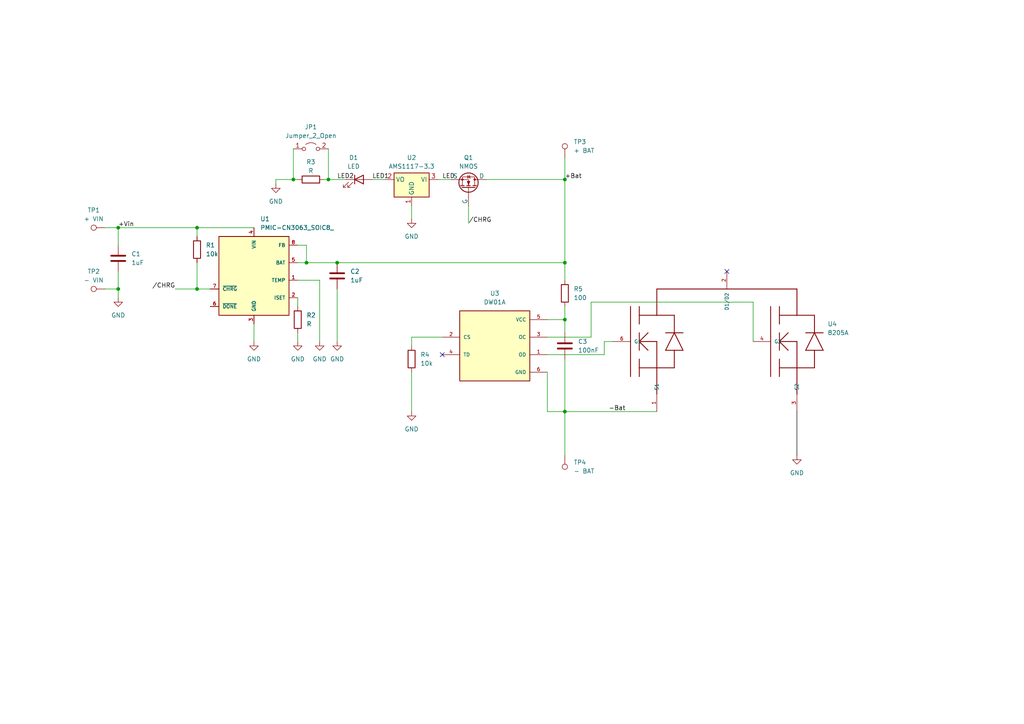
<source format=kicad_sch>
(kicad_sch (version 20230121) (generator eeschema)
  (paper "A4")
  (lib_symbols
    (symbol "8205A:8205A" (pin_names (offset 1.016))
      (property "Reference" "U4" (at 31.75 7.62 0))
      (property "Value" "8205A" (at 31.75 5.08 0))
      (symbol "8205A_0_0"
        (polyline (pts (xy -25.4 12.7) (xy -25.4 -7.62)) (stroke (width 0.254)))
        (polyline (pts (xy -22.86 -7.62) (xy -22.86 -5.08)) (stroke (width 0.254)))
        (polyline (pts (xy -22.86 -5.08) (xy -22.86 -2.54)) (stroke (width 0.254)))
        (polyline (pts (xy -22.86 -5.08) (xy -17.78 -5.08)) (stroke (width 0.254)))
        (polyline (pts (xy -22.86 0) (xy -22.86 2.54)) (stroke (width 0.254)))
        (polyline (pts (xy -22.86 2.54) (xy -22.86 5.08)) (stroke (width 0.254)))
        (polyline (pts (xy -22.86 2.54) (xy -20.32 0)) (stroke (width 0.254)))
        (polyline (pts (xy -22.86 2.54) (xy -20.32 5.08)) (stroke (width 0.254)))
        (polyline (pts (xy -22.86 7.62) (xy -22.86 10.16)) (stroke (width 0.254)))
        (polyline (pts (xy -22.86 10.16) (xy -22.86 12.7)) (stroke (width 0.254)))
        (polyline (pts (xy -22.86 10.16) (xy -17.78 10.16)) (stroke (width 0.254)))
        (polyline (pts (xy -17.78 -5.08) (xy -17.78 -12.7)) (stroke (width 0.254)))
        (polyline (pts (xy -17.78 -5.08) (xy -17.78 2.54)) (stroke (width 0.254)))
        (polyline (pts (xy -17.78 -5.08) (xy -12.7 -5.08)) (stroke (width 0.254)))
        (polyline (pts (xy -17.78 2.54) (xy -22.86 2.54)) (stroke (width 0.254)))
        (polyline (pts (xy -17.78 10.16) (xy -17.78 17.78)) (stroke (width 0.254)))
        (polyline (pts (xy -17.78 10.16) (xy -12.7 10.16)) (stroke (width 0.254)))
        (polyline (pts (xy -17.78 17.78) (xy 22.86 17.78)) (stroke (width 0.254)))
        (polyline (pts (xy -15.24 0) (xy -12.7 0)) (stroke (width 0.254)))
        (polyline (pts (xy -15.24 5.08) (xy -12.7 5.08)) (stroke (width 0.254)))
        (polyline (pts (xy -12.7 -5.08) (xy -12.7 0)) (stroke (width 0.254)))
        (polyline (pts (xy -12.7 0) (xy -10.16 0)) (stroke (width 0.254)))
        (polyline (pts (xy -12.7 5.08) (xy -15.24 0)) (stroke (width 0.254)))
        (polyline (pts (xy -12.7 5.08) (xy -10.16 5.08)) (stroke (width 0.254)))
        (polyline (pts (xy -12.7 10.16) (xy -12.7 5.08)) (stroke (width 0.254)))
        (polyline (pts (xy -10.16 0) (xy -12.7 5.08)) (stroke (width 0.254)))
        (polyline (pts (xy 15.24 12.7) (xy 15.24 -7.62)) (stroke (width 0.254)))
        (polyline (pts (xy 17.78 -7.62) (xy 17.78 -5.08)) (stroke (width 0.254)))
        (polyline (pts (xy 17.78 -5.08) (xy 17.78 -2.54)) (stroke (width 0.254)))
        (polyline (pts (xy 17.78 -5.08) (xy 22.86 -5.08)) (stroke (width 0.254)))
        (polyline (pts (xy 17.78 0) (xy 17.78 2.54)) (stroke (width 0.254)))
        (polyline (pts (xy 17.78 2.54) (xy 17.78 5.08)) (stroke (width 0.254)))
        (polyline (pts (xy 17.78 2.54) (xy 20.32 0)) (stroke (width 0.254)))
        (polyline (pts (xy 17.78 2.54) (xy 20.32 5.08)) (stroke (width 0.254)))
        (polyline (pts (xy 17.78 7.62) (xy 17.78 10.16)) (stroke (width 0.254)))
        (polyline (pts (xy 17.78 10.16) (xy 17.78 12.7)) (stroke (width 0.254)))
        (polyline (pts (xy 17.78 10.16) (xy 22.86 10.16)) (stroke (width 0.254)))
        (polyline (pts (xy 22.86 -5.08) (xy 22.86 -12.7)) (stroke (width 0.254)))
        (polyline (pts (xy 22.86 -5.08) (xy 22.86 2.54)) (stroke (width 0.254)))
        (polyline (pts (xy 22.86 -5.08) (xy 27.94 -5.08)) (stroke (width 0.254)))
        (polyline (pts (xy 22.86 2.54) (xy 17.78 2.54)) (stroke (width 0.254)))
        (polyline (pts (xy 22.86 10.16) (xy 22.86 17.78)) (stroke (width 0.254)))
        (polyline (pts (xy 22.86 10.16) (xy 27.94 10.16)) (stroke (width 0.254)))
        (polyline (pts (xy 25.4 0) (xy 27.94 0)) (stroke (width 0.254)))
        (polyline (pts (xy 25.4 5.08) (xy 27.94 5.08)) (stroke (width 0.254)))
        (polyline (pts (xy 27.94 -5.08) (xy 27.94 0)) (stroke (width 0.254)))
        (polyline (pts (xy 27.94 0) (xy 30.48 0)) (stroke (width 0.254)))
        (polyline (pts (xy 27.94 5.08) (xy 25.4 0)) (stroke (width 0.254)))
        (polyline (pts (xy 27.94 5.08) (xy 30.48 5.08)) (stroke (width 0.254)))
        (polyline (pts (xy 27.94 10.16) (xy 27.94 5.08)) (stroke (width 0.254)))
        (polyline (pts (xy 30.48 0) (xy 27.94 5.08)) (stroke (width 0.254)))
      )
      (symbol "8205A_1_0"
        (pin bidirectional line (at -17.78 -17.78 90) (length 5.08) (name "S1") (number "1"))
        (pin bidirectional line (at 2.54 22.86 270) (length 5.08) (name "D1/D2") (number "2"))
        (pin bidirectional line (at 22.86 -17.78 90) (length 5.08) (name "S2") (number "3"))
        (pin bidirectional line (at 10.16 2.54 0) (length 5.08) (name "G2") (number "4"))
        (pin no_connect non_logic (at 1.27 -10.16 90) (length 5.08) hide (name "NC") (number "5"))
        (pin bidirectional line (at -30.48 2.54 0) (length 5.08) (name "G1") (number "6"))
      )
    )
    (symbol "Connector:TestPoint" (pin_numbers hide) (pin_names (offset 0.762) hide)
      (property "Reference" "TP" (at 0 6.858 0))
      (property "Value" "TestPoint" (at 0 5.08 0))
      (symbol "TestPoint_0_1"
        (circle (center 0 3.302) (radius 0.762))
      )
      (symbol "TestPoint_1_1"
        (pin passive line (at 0 0 90) (length 2.54) (name "1") (number "1"))
      )
    )
    (symbol "DW01A:DW01A" (pin_names (offset 1.016))
      (property "Reference" "U" (at -10.16 11.43 0))
      (property "Value" "DW01A" (at -10.16 -12.7 0))
      (symbol "DW01A_0_0"
        (rectangle (start -10.16 -10.16) (end 10.16 10.16) (stroke (width 0.254)) (fill (type background)))
        (pin output line (at 15.24 -2.54 180) (length 5.08) (name "OD") (number "1"))
        (pin input line (at -15.24 2.54 0) (length 5.08) (name "CS") (number "2"))
        (pin output line (at 15.24 2.54 180) (length 5.08) (name "OC") (number "3"))
        (pin passive line (at -15.24 -2.54 0) (length 5.08) (name "TD") (number "4"))
        (pin power_in line (at 15.24 7.62 180) (length 5.08) (name "VCC") (number "5"))
        (pin power_in line (at 15.24 -7.62 180) (length 5.08) (name "GND") (number "6"))
      )
    )
    (symbol "Device:C" (pin_numbers hide) (pin_names (offset 0.254))
      (property "Reference" "C" (at 0.635 2.54 0))
      (property "Value" "C" (at 0.635 -2.54 0))
      (symbol "C_0_1"
        (polyline (pts (xy -2.032 -0.762) (xy 2.032 -0.762)) (stroke (width 0.508)))
        (polyline (pts (xy -2.032 0.762) (xy 2.032 0.762)) (stroke (width 0.508)))
      )
      (symbol "C_1_1"
        (pin passive line (at 0 3.81 270) (length 2.794) (name "~") (number "1"))
        (pin passive line (at 0 -3.81 90) (length 2.794) (name "~") (number "2"))
      )
    )
    (symbol "Device:LED" (pin_numbers hide) (pin_names (offset 1.016) hide)
      (property "Reference" "D" (at 0 2.54 0))
      (property "Value" "LED" (at 0 -2.54 0))
      (symbol "LED_0_1"
        (polyline (pts (xy -1.27 -1.27) (xy -1.27 1.27)) (stroke (width 0.254)))
        (polyline (pts (xy -1.27 0) (xy 1.27 0)))
        (polyline (pts (xy 1.27 -1.27) (xy 1.27 1.27) (xy -1.27 0) (xy 1.27 -1.27)) (stroke (width 0.254)))
        (polyline (pts (xy -3.048 -0.762) (xy -4.572 -2.286) (xy -3.81 -2.286) (xy -4.572 -2.286) (xy -4.572 -1.524)))
        (polyline (pts (xy -1.778 -0.762) (xy -3.302 -2.286) (xy -2.54 -2.286) (xy -3.302 -2.286) (xy -3.302 -1.524)))
      )
      (symbol "LED_1_1"
        (pin passive line (at -3.81 0 0) (length 2.54) (name "K") (number "1"))
        (pin passive line (at 3.81 0 180) (length 2.54) (name "A") (number "2"))
      )
    )
    (symbol "Device:R" (pin_numbers hide) (pin_names (offset 0))
      (property "Reference" "R" (at 2.032 0 90))
      (property "Value" "R" (at 0 0 90))
      (symbol "R_0_1"
        (rectangle (start -1.016 -2.54) (end 1.016 2.54) (stroke (width 0.254)))
      )
      (symbol "R_1_1"
        (pin passive line (at 0 3.81 270) (length 1.27) (name "~") (number "1"))
        (pin passive line (at 0 -3.81 90) (length 1.27) (name "~") (number "2"))
      )
    )
    (symbol "Jumper:Jumper_2_Open" (pin_names (offset 0) hide)
      (property "Reference" "JP" (at 0 2.794 0))
      (property "Value" "Jumper_2_Open" (at 0 -2.286 0))
      (symbol "Jumper_2_Open_0_0"
        (circle (center -2.032 0) (radius 0.508))
        (circle (center 2.032 0) (radius 0.508))
      )
      (symbol "Jumper_2_Open_0_1"
        (arc (start 1.524 1.27) (mid 0 1.778) (end -1.524 1.27))
      )
      (symbol "Jumper_2_Open_1_1"
        (pin passive line (at -5.08 0 0) (length 2.54) (name "A") (number "1"))
        (pin passive line (at 5.08 0 180) (length 2.54) (name "B") (number "2"))
      )
    )
    (symbol "PMIC-CN3063_SOIC8_:PMIC-CN3063_SOIC8_" (pin_names (offset 1.016))
      (property "Reference" "U" (at -10.1689 8.8978 0))
      (property "Value" "PMIC-CN3063_SOIC8_" (at 5.0817 8.8929 0))
      (symbol "PMIC-CN3063_SOIC8__0_0"
        (rectangle (start -10.16 -15.24) (end 10.16 7.62) (stroke (width 0.254)) (fill (type background)))
        (pin bidirectional line (at 12.7 -5.08 180) (length 2.54) (name "TEMP") (number "1"))
        (pin bidirectional line (at 12.7 -10.16 180) (length 2.54) (name "ISET") (number "2"))
        (pin power_in line (at 0 -17.78 90) (length 2.54) (name "GND") (number "3"))
        (pin input line (at 0 10.16 270) (length 2.54) (name "VIN") (number "4"))
        (pin power_in line (at 12.7 0 180) (length 2.54) (name "BAT") (number "5"))
        (pin input line (at -12.7 -12.7 0) (length 2.54) (name "~{DONE}") (number "6"))
        (pin output line (at -12.7 -7.62 0) (length 2.54) (name "~{CHRG}") (number "7"))
        (pin input line (at 12.7 5.08 180) (length 2.54) (name "FB") (number "8"))
      )
    )
    (symbol "Regulator_Linear:AMS1117-3.3"
      (property "Reference" "U" (at -3.81 3.175 0))
      (property "Value" "AMS1117-3.3" (at 0 3.175 0))
      (symbol "AMS1117-3.3_0_1"
        (rectangle (start -5.08 -5.08) (end 5.08 1.905) (stroke (width 0.254)) (fill (type background)))
      )
      (symbol "AMS1117-3.3_1_1"
        (pin power_in line (at 0 -7.62 90) (length 2.54) (name "GND") (number "1"))
        (pin power_out line (at 7.62 0 180) (length 2.54) (name "VO") (number "2"))
        (pin power_in line (at -7.62 0 0) (length 2.54) (name "VI") (number "3"))
      )
    )
    (symbol "Simulation_SPICE:NMOS" (pin_numbers hide) (pin_names (offset 0))
      (property "Reference" "Q" (at 5.08 1.27 0))
      (property "Value" "NMOS" (at 5.08 -1.27 0))
      (symbol "NMOS_0_1"
        (polyline (pts (xy 0.254 0) (xy -2.54 0)))
        (polyline (pts (xy 0.254 1.905) (xy 0.254 -1.905)) (stroke (width 0.254)))
        (polyline (pts (xy 0.762 -1.27) (xy 0.762 -2.286)) (stroke (width 0.254)))
        (polyline (pts (xy 0.762 0.508) (xy 0.762 -0.508)) (stroke (width 0.254)))
        (polyline (pts (xy 0.762 2.286) (xy 0.762 1.27)) (stroke (width 0.254)))
        (polyline (pts (xy 2.54 2.54) (xy 2.54 1.778)))
        (polyline (pts (xy 2.54 -2.54) (xy 2.54 0) (xy 0.762 0)))
        (polyline (pts (xy 0.762 -1.778) (xy 3.302 -1.778) (xy 3.302 1.778) (xy 0.762 1.778)))
        (polyline (pts (xy 1.016 0) (xy 2.032 0.381) (xy 2.032 -0.381) (xy 1.016 0)) (fill (type outline)))
        (polyline (pts (xy 2.794 0.508) (xy 2.921 0.381) (xy 3.683 0.381) (xy 3.81 0.254)))
        (polyline (pts (xy 3.302 0.381) (xy 2.921 -0.254) (xy 3.683 -0.254) (xy 3.302 0.381)))
        (circle (center 1.651 0) (radius 2.794) (stroke (width 0.254)))
        (circle (center 2.54 -1.778) (radius 0.254) (fill (type outline)))
        (circle (center 2.54 1.778) (radius 0.254) (fill (type outline)))
      )
      (symbol "NMOS_1_1"
        (pin passive line (at 2.54 5.08 270) (length 2.54) (name "D") (number "1"))
        (pin input line (at -5.08 0 0) (length 2.54) (name "G") (number "2"))
        (pin passive line (at 2.54 -5.08 90) (length 2.54) (name "S") (number "3"))
      )
    )
    (symbol "power:GND" (power) (pin_names (offset 0))
      (property "Value" "GND" (at 0 -3.81 0))
      (symbol "GND_0_1"
        (polyline (pts (xy 0 0) (xy 0 -1.27) (xy 1.27 -1.27) (xy 0 -2.54) (xy -1.27 -1.27) (xy 0 -1.27)))
      )
      (symbol "GND_1_1"
        (pin power_in line (at 0 0 270) (length 0) hide (name "GND") (number "1"))
      )
    )
  )
  (junction (at 163.83 76.2))
  (junction (at 57.15 83.82))
  (junction (at 88.9 76.2))
  (junction (at 97.79 76.2))
  (junction (at 34.29 66.04))
  (junction (at 85.09 52.07))
  (junction (at 163.83 119.38))
  (junction (at 163.83 92.71))
  (junction (at 95.25 52.07))
  (junction (at 57.15 66.04))
  (junction (at 34.29 83.82))
  (junction (at 163.83 52.07))
  (no_connect (at 210.82 78.74))
  (no_connect (at 128.27 102.87))
  (wire (pts (xy 158.75 97.79) (xy 171.45 97.79)))
  (wire (pts (xy 158.75 107.95) (xy 158.75 119.38)))
  (wire (pts (xy 30.48 83.82) (xy 34.29 83.82)))
  (wire (pts (xy 80.01 52.07) (xy 85.09 52.07)))
  (wire (pts (xy 107.95 52.07) (xy 111.76 52.07)))
  (wire (pts (xy 88.9 76.2) (xy 97.79 76.2)))
  (wire (pts (xy 95.25 52.07) (xy 100.33 52.07)))
  (wire (pts (xy 57.15 66.04) (xy 57.15 68.58)))
  (wire (pts (xy 73.66 93.98) (xy 73.66 99.06)))
  (wire (pts (xy 127 52.07) (xy 130.81 52.07)))
  (wire (pts (xy 86.36 76.2) (xy 88.9 76.2)))
  (wire (pts (xy 85.09 52.07) (xy 86.36 52.07)))
  (wire (pts (xy 163.83 132.08) (xy 163.83 119.38)))
  (wire (pts (xy 86.36 96.52) (xy 86.36 99.06)))
  (wire (pts (xy 175.26 99.06) (xy 177.8 99.06)))
  (wire (pts (xy 85.09 43.18) (xy 85.09 52.07)))
  (wire (pts (xy 34.29 71.12) (xy 34.29 66.04)))
  (wire (pts (xy 57.15 83.82) (xy 60.96 83.82)))
  (wire (pts (xy 97.79 76.2) (xy 163.83 76.2)))
  (wire (pts (xy 86.36 71.12) (xy 88.9 71.12)))
  (wire (pts (xy 34.29 66.04) (xy 57.15 66.04)))
  (wire (pts (xy 190.5 119.38) (xy 163.83 119.38)))
  (wire (pts (xy 163.83 76.2) (xy 163.83 81.28)))
  (wire (pts (xy 140.97 52.07) (xy 163.83 52.07)))
  (wire (pts (xy 88.9 76.2) (xy 88.9 71.12)))
  (wire (pts (xy 163.83 92.71) (xy 163.83 96.52)))
  (wire (pts (xy 119.38 97.79) (xy 119.38 100.33)))
  (wire (pts (xy 34.29 83.82) (xy 34.29 86.36)))
  (wire (pts (xy 57.15 66.04) (xy 73.66 66.04)))
  (wire (pts (xy 171.45 87.63) (xy 218.44 87.63)))
  (wire (pts (xy 158.75 102.87) (xy 175.26 102.87)))
  (wire (pts (xy 95.25 43.18) (xy 95.25 52.07)))
  (wire (pts (xy 57.15 76.2) (xy 57.15 83.82)))
  (wire (pts (xy 34.29 78.74) (xy 34.29 83.82)))
  (wire (pts (xy 175.26 102.87) (xy 175.26 99.06)))
  (wire (pts (xy 218.44 87.63) (xy 218.44 99.06)))
  (wire (pts (xy 163.83 45.72) (xy 163.83 52.07)))
  (wire (pts (xy 30.48 66.04) (xy 34.29 66.04)))
  (wire (pts (xy 86.36 86.36) (xy 86.36 88.9)))
  (wire (pts (xy 163.83 88.9) (xy 163.83 92.71)))
  (wire (pts (xy 50.8 83.82) (xy 57.15 83.82)))
  (wire (pts (xy 92.71 99.06) (xy 92.71 81.28)))
  (wire (pts (xy 119.38 59.69) (xy 119.38 63.5)))
  (wire (pts (xy 231.14 119.38) (xy 231.14 132.08)) (stroke (width 0) (color 0 0 0 1)))
  (wire (pts (xy 128.27 97.79) (xy 119.38 97.79)))
  (wire (pts (xy 93.98 52.07) (xy 95.25 52.07)))
  (wire (pts (xy 163.83 104.14) (xy 163.83 119.38)))
  (wire (pts (xy 119.38 119.38) (xy 119.38 107.95)))
  (wire (pts (xy 163.83 52.07) (xy 163.83 76.2)))
  (wire (pts (xy 135.89 59.69) (xy 135.89 64.77)))
  (wire (pts (xy 163.83 119.38) (xy 158.75 119.38)))
  (wire (pts (xy 158.75 92.71) (xy 163.83 92.71)))
  (wire (pts (xy 80.01 53.34) (xy 80.01 52.07)))
  (wire (pts (xy 97.79 83.82) (xy 97.79 99.06)))
  (wire (pts (xy 92.71 81.28) (xy 86.36 81.28)))
  (wire (pts (xy 171.45 97.79) (xy 171.45 87.63)))
  (label "-Bat" (at 176.53 119.38 0))
  (label "{slash}CHRG" (at 50.8 83.82 180))
  (label "{slash}CHRG" (at 135.89 64.77 0))
  (label "+Vin" (at 34.29 66.04 0))
  (label "+Bat" (at 163.83 52.07 0))
  (label "LED2" (at 97.79 52.07 0))
  (label "LED" (at 128.27 52.07 0))
  (label "LED1" (at 107.95 52.07 0))
  (symbol (lib_id "power:GND") (at 73.66 99.06 0) (unit 1)
    (property "Reference" "#PWR02" (effects hide))
    (property "Value" "GND" (at 73.66 104.14 0))
  )
  (symbol (lib_id "8205A:8205A") (at 208.28 101.6 0) (unit 1)
    (property "Reference" "U4" (at 240.03 93.98 0) (effects (justify left)))
    (property "Value" "8205A" (at 240.03 96.52 0) (effects (justify left)))
    (property "Footprint" "Package_TO_SOT_SMD:SOT-23-6_Handsoldering" (effects hide))
    (property "Description" "\nDual N-Channel Enhancement Mode MOSFET\n" (effects hide))
    (property "Package" "None" (effects hide))
    (property "Price" "None" (effects hide))
    (property "MP" "8205A" (effects hide))
    (property "Availability" "In Stock" (effects hide))
  )
  (symbol (lib_id "power:GND") (at 231.14 132.08 0) (unit 1)
    (property "Reference" "#PWR09" (effects hide))
    (property "Value" "GND" (at 231.14 137.16 0))
  )
  (symbol (lib_id "Device:R") (at 163.83 85.09 180) (unit 1)
    (property "Reference" "R5" (at 166.37 83.82 0) (effects (justify right)))
    (property "Value" "100" (at 166.37 86.36 0) (effects (justify right)))
    (property "Footprint" "Resistor_SMD:R_1206_3216Metric_Pad1.30x1.75mm_HandSolder" (effects hide))
  )
  (symbol (lib_id "power:GND") (at 119.38 63.5 0) (unit 1)
    (property "Reference" "#PWR07" (effects hide))
    (property "Value" "GND" (at 119.38 68.58 0))
  )
  (symbol (lib_id "PMIC-CN3063_SOIC8_:PMIC-CN3063_SOIC8_") (at 73.66 76.2 0) (unit 1)
    (property "Reference" "U1" (at 75.4889 63.5 0) (effects (justify left)))
    (property "Value" "PMIC-CN3063_SOIC8_" (at 75.4889 66.04 0) (effects (justify left)))
    (property "Footprint" "PMIC-CN3063_SOIC8_:SOIC8-1.27-5X4MM" (effects hide))
    (property "MF" "Consonance" (effects hide))
    (property "Description" "\nThe CN3063 is a complete constant-current /constant voltage linear charger for single cell Li-ion and Li Polymer rech...\n" (effects hide))
    (property "Package" "None" (effects hide))
    (property "MPN" "CN3063" (effects hide))
    (property "Price" "None" (effects hide))
    (property "VALUE" "CN3063-SOIC8" (effects hide))
    (property "SnapEDA_Link" "https://www.snapeda.com/parts/CN3063/Consonance/view-part/?ref=snap" (effects hide))
    (property "MP" "CN3063" (effects hide))
    (property "Availability" "In Stock" (effects hide))
    (property "Check_prices" "https://www.snapeda.com/parts/CN3063/Consonance/view-part/?ref=eda" (effects hide))
  )
  (symbol (lib_id "DW01A:DW01A") (at 143.51 100.33 0) (unit 1)
    (property "Reference" "U3" (at 143.51 85.09 0))
    (property "Value" "DW01A" (at 143.51 87.63 0))
    (property "Footprint" "DW01A:SOT95P280X145-6N" (effects hide))
    (property "MF" "Fortune Semiconductor" (effects hide))
    (property "SNAPEDA_PACKAGE_ID" "103849" (effects hide))
    (property "Package" "SOT-23-6 Fortune Semiconductor" (effects hide))
    (property "Price" "None" (effects hide))
    (property "Check_prices" "https://www.snapeda.com/parts/DW01A/Fortune+Semiconductor/view-part/?ref=eda" (effects hide))
    (property "STANDARD" "IPC 7351B" (effects hide))
    (property "PARTREV" "1.8" (effects hide))
    (property "SnapEDA_Link" "https://www.snapeda.com/parts/DW01A/Fortune+Semiconductor/view-part/?ref=snap" (effects hide))
    (property "MP" "DW01A" (effects hide))
    (property "Description" "\nOne Cell Lithium-ion/Polymer Battery Protection IC\n" (effects hide))
    (property "MANUFACTURER" "Fortune Semiconductor" (effects hide))
    (property "Availability" "Not in stock" (effects hide))
    (property "MAXIMUM_PACKAGE_HEIGHT" "1.45mm" (effects hide))
  )
  (symbol (lib_id "power:GND") (at 34.29 86.36 0) (unit 1)
    (property "Reference" "#PWR01" (effects hide))
    (property "Value" "GND" (at 34.29 91.44 0))
  )
  (symbol (lib_id "Device:C") (at 97.79 80.01 0) (unit 1)
    (property "Reference" "C2" (at 101.6 78.74 0) (effects (justify left)))
    (property "Value" "1uF" (at 101.6 81.28 0) (effects (justify left)))
    (property "Footprint" "Capacitor_SMD:C_1206_3216Metric" (effects hide))
  )
  (symbol (lib_id "Device:LED") (at 104.14 52.07 0) (unit 1)
    (property "Reference" "D1" (at 102.5525 45.72 0))
    (property "Value" "LED" (at 102.5525 48.26 0))
    (property "Footprint" "LED_SMD:LED_1W_3W_R8" (effects hide))
  )
  (symbol (lib_id "Regulator_Linear:AMS1117-3.3") (at 119.38 52.07 0) (mirror y) (unit 1)
    (property "Reference" "U2" (at 119.38 45.72 0))
    (property "Value" "AMS1117-3.3" (at 119.38 48.26 0))
    (property "Footprint" "Package_TO_SOT_SMD:SOT-223-3_TabPin2" (effects hide))
    (property "Datasheet" "http://www.advanced-monolithic.com/pdf/ds1117.pdf" (effects hide))
  )
  (symbol (lib_id "power:GND") (at 86.36 99.06 0) (unit 1)
    (property "Reference" "#PWR04" (effects hide))
    (property "Value" "GND" (at 86.36 104.14 0))
  )
  (symbol (lib_id "Connector:TestPoint") (at 30.48 83.82 90) (unit 1)
    (property "Reference" "TP2" (at 27.178 78.74 90))
    (property "Value" "- VIN" (at 27.178 81.28 90))
    (property "Footprint" "TestPoint:TestPoint_Pad_2.0x2.0mm" (effects hide))
  )
  (symbol (lib_id "Connector:TestPoint") (at 30.48 66.04 90) (unit 1)
    (property "Reference" "TP1" (at 27.178 60.96 90))
    (property "Value" "+ VIN" (at 27.178 63.5 90))
    (property "Footprint" "TestPoint:TestPoint_Pad_2.0x2.0mm" (effects hide))
  )
  (symbol (lib_id "Simulation_SPICE:NMOS") (at 135.89 54.61 270) (mirror x) (unit 1)
    (property "Reference" "Q1" (at 135.89 45.72 90))
    (property "Value" "NMOS" (at 135.89 48.26 90))
    (property "Footprint" "Package_TO_SOT_SMD:SOT-23" (effects hide))
    (property "Datasheet" "https://ngspice.sourceforge.io/docs/ngspice-manual.pdf" (effects hide))
    (property "Sim.Device" "NMOS" (effects hide))
    (property "Sim.Type" "VDMOS" (effects hide))
    (property "Sim.Pins" "1=D 2=G 3=S" (effects hide))
  )
  (symbol (lib_id "Device:R") (at 86.36 92.71 0) (unit 1)
    (property "Reference" "R2" (at 88.9 91.44 0) (effects (justify left)))
    (property "Value" "R" (at 88.9 93.98 0) (effects (justify left)))
    (property "Footprint" "Resistor_SMD:R_1206_3216Metric_Pad1.30x1.75mm_HandSolder" (effects hide))
  )
  (symbol (lib_id "Device:R") (at 90.17 52.07 90) (unit 1)
    (property "Reference" "R3" (at 90.17 46.99 90))
    (property "Value" "R" (at 90.17 49.53 90))
    (property "Footprint" "Resistor_SMD:R_1206_3216Metric_Pad1.30x1.75mm_HandSolder" (effects hide))
  )
  (symbol (lib_id "Device:C") (at 163.83 100.33 0) (unit 1)
    (property "Reference" "C3" (at 167.64 99.06 0) (effects (justify left)))
    (property "Value" "100nF" (at 167.64 101.6 0) (effects (justify left)))
    (property "Footprint" "Capacitor_SMD:C_1206_3216Metric" (effects hide))
  )
  (symbol (lib_id "Connector:TestPoint") (at 163.83 132.08 180) (unit 1)
    (property "Reference" "TP4" (at 166.37 134.112 0) (effects (justify right)))
    (property "Value" "- BAT" (at 166.37 136.652 0) (effects (justify right)))
    (property "Footprint" "TestPoint:TestPoint_Keystone_5019_Minature" (effects hide))
  )
  (symbol (lib_id "Connector:TestPoint") (at 163.83 45.72 0) (unit 1)
    (property "Reference" "TP3" (at 166.37 41.148 0) (effects (justify left)))
    (property "Value" "+ BAT" (at 166.37 43.688 0) (effects (justify left)))
    (property "Footprint" "TestPoint:TestPoint_Keystone_5019_Minature" (effects hide))
  )
  (symbol (lib_id "Device:C") (at 34.29 74.93 0) (unit 1)
    (property "Reference" "C1" (at 38.1 73.66 0) (effects (justify left)))
    (property "Value" "1uF" (at 38.1 76.2 0) (effects (justify left)))
    (property "Footprint" "Capacitor_SMD:C_1206_3216Metric" (effects hide))
  )
  (symbol (lib_id "power:GND") (at 119.38 119.38 0) (unit 1)
    (property "Reference" "#PWR08" (effects hide))
    (property "Value" "GND" (at 119.38 124.46 0))
  )
  (symbol (lib_id "power:GND") (at 97.79 99.06 0) (unit 1)
    (property "Reference" "#PWR06" (effects hide))
    (property "Value" "GND" (at 97.79 104.14 0))
  )
  (symbol (lib_id "power:GND") (at 92.71 99.06 0) (unit 1)
    (property "Reference" "#PWR05" (effects hide))
    (property "Value" "GND" (at 92.71 104.14 0))
  )
  (symbol (lib_id "power:GND") (at 80.01 53.34 0) (unit 1)
    (property "Reference" "#PWR03" (effects hide))
    (property "Value" "GND" (at 80.01 58.42 0))
  )
  (symbol (lib_id "Jumper:Jumper_2_Open") (at 90.17 43.18 0) (unit 1)
    (property "Reference" "JP1" (at 90.17 36.83 0))
    (property "Value" "Jumper_2_Open" (at 90.17 39.37 0))
    (property "Footprint" "Jumper:SolderJumper-2_P1.3mm_Open_RoundedPad1.0x1.5mm" (effects hide))
  )
  (symbol (lib_id "Device:R") (at 119.38 104.14 0) (unit 1)
    (property "Reference" "R4" (at 121.92 102.87 0) (effects (justify left)))
    (property "Value" "10k" (at 121.92 105.41 0) (effects (justify left)))
    (property "Footprint" "Resistor_SMD:R_1206_3216Metric_Pad1.30x1.75mm_HandSolder" (effects hide))
  )
  (symbol (lib_id "Device:R") (at 57.15 72.39 0) (unit 1)
    (property "Reference" "R1" (at 59.69 71.12 0) (effects (justify left)))
    (property "Value" "10k" (at 59.69 73.66 0) (effects (justify left)))
    (property "Footprint" "Resistor_SMD:R_1206_3216Metric_Pad1.30x1.75mm_HandSolder" (effects hide))
  )
)
</source>
